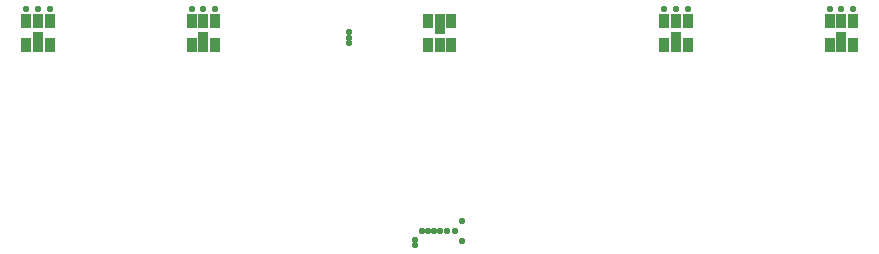
<source format=gts>
%FSTAX25Y25*%
%MOIN*%
%SFA1B1*%

%IPPOS*%
%ADD14R,0.036540X0.047370*%
%ADD15R,0.033590X0.047370*%
%ADD16R,0.033590X0.067060*%
%ADD17C,0.022000*%
%LNgel_flex-1*%
%LPD*%
G54D14*
X-006501Y011998D03*
X-0072785D03*
X-006501Y0112106D03*
X-0072785D03*
X0092471Y011998D03*
X0084695D03*
X0092471Y0112106D03*
X0084695D03*
X0147589Y0119981D03*
X0139813D03*
X0147589Y0112107D03*
X0139813D03*
X0005955Y0112106D03*
X001373D03*
X0005955Y011998D03*
X001373D03*
X-0120128D03*
X-0127903D03*
X-0120128Y0112106D03*
X-0127903D03*
G54D15*
X-0068898Y011998D03*
X0088583D03*
X0143701Y0119981D03*
X0009843Y0112106D03*
X-0124016Y011998D03*
G54D16*
X-0068898Y0113091D03*
X0088583D03*
X0143701D03*
X0009843Y0118996D03*
X-0124016Y0113091D03*
G54D17*
X0017323Y0053445D03*
X0007874Y005D03*
X0006004Y0050002D03*
X0001772Y0047054D03*
Y0045571D03*
X-0020277Y0114573D03*
Y0116437D03*
Y0112702D03*
X0147589Y01241D03*
X0143701D03*
X0139813D03*
X0092471D03*
X0088583D03*
X0084695D03*
X-0127953D03*
X-0120128D03*
X-0124016D03*
X-0065017D03*
X-0072785D03*
X-0068898D03*
X0009941Y005D03*
X0003937D03*
X0017421Y0046801D03*
X0012205Y005D03*
X0015059D03*
M02*
</source>
